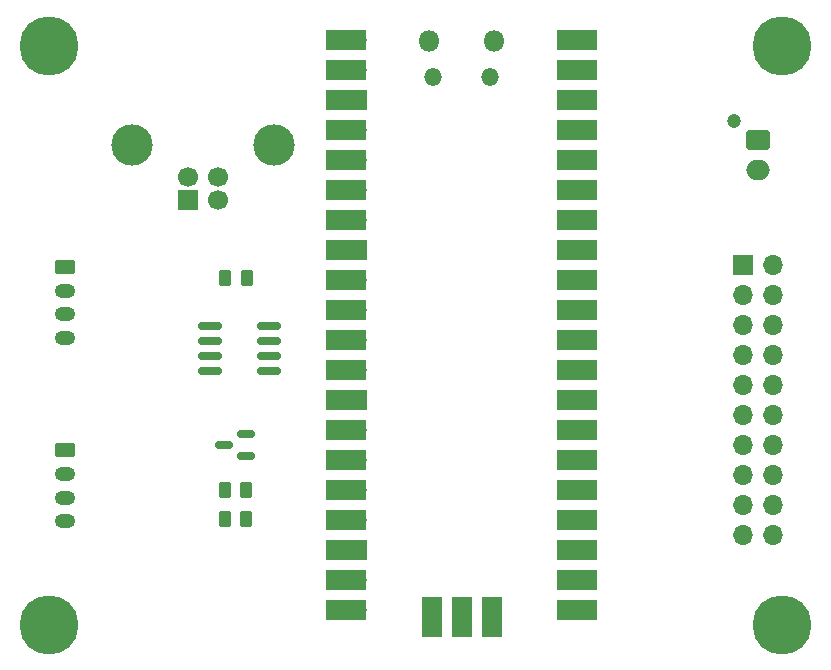
<source format=gbr>
G04 #@! TF.GenerationSoftware,KiCad,Pcbnew,(6.0.0)*
G04 #@! TF.CreationDate,2022-10-09T22:15:00+02:00*
G04 #@! TF.ProjectId,smol-jvs,736d6f6c-2d6a-4767-932e-6b696361645f,rev?*
G04 #@! TF.SameCoordinates,Original*
G04 #@! TF.FileFunction,Soldermask,Top*
G04 #@! TF.FilePolarity,Negative*
%FSLAX46Y46*%
G04 Gerber Fmt 4.6, Leading zero omitted, Abs format (unit mm)*
G04 Created by KiCad (PCBNEW (6.0.0)) date 2022-10-09 22:15:00*
%MOMM*%
%LPD*%
G01*
G04 APERTURE LIST*
G04 Aperture macros list*
%AMRoundRect*
0 Rectangle with rounded corners*
0 $1 Rounding radius*
0 $2 $3 $4 $5 $6 $7 $8 $9 X,Y pos of 4 corners*
0 Add a 4 corners polygon primitive as box body*
4,1,4,$2,$3,$4,$5,$6,$7,$8,$9,$2,$3,0*
0 Add four circle primitives for the rounded corners*
1,1,$1+$1,$2,$3*
1,1,$1+$1,$4,$5*
1,1,$1+$1,$6,$7*
1,1,$1+$1,$8,$9*
0 Add four rect primitives between the rounded corners*
20,1,$1+$1,$2,$3,$4,$5,0*
20,1,$1+$1,$4,$5,$6,$7,0*
20,1,$1+$1,$6,$7,$8,$9,0*
20,1,$1+$1,$8,$9,$2,$3,0*%
G04 Aperture macros list end*
%ADD10RoundRect,0.250000X0.262500X0.450000X-0.262500X0.450000X-0.262500X-0.450000X0.262500X-0.450000X0*%
%ADD11RoundRect,0.250000X-0.262500X-0.450000X0.262500X-0.450000X0.262500X0.450000X-0.262500X0.450000X0*%
%ADD12RoundRect,0.150000X-0.825000X-0.150000X0.825000X-0.150000X0.825000X0.150000X-0.825000X0.150000X0*%
%ADD13R,1.700000X1.700000*%
%ADD14C,1.700000*%
%ADD15C,3.500000*%
%ADD16O,1.500000X1.500000*%
%ADD17O,1.800000X1.800000*%
%ADD18O,1.700000X1.700000*%
%ADD19R,3.500000X1.700000*%
%ADD20R,1.700000X3.500000*%
%ADD21C,1.200000*%
%ADD22RoundRect,0.250000X-0.750000X0.600000X-0.750000X-0.600000X0.750000X-0.600000X0.750000X0.600000X0*%
%ADD23O,2.000000X1.700000*%
%ADD24RoundRect,0.150000X0.587500X0.150000X-0.587500X0.150000X-0.587500X-0.150000X0.587500X-0.150000X0*%
%ADD25C,5.000000*%
%ADD26RoundRect,0.250000X-0.625000X0.350000X-0.625000X-0.350000X0.625000X-0.350000X0.625000X0.350000X0*%
%ADD27O,1.750000X1.200000*%
G04 APERTURE END LIST*
D10*
G04 #@! TO.C,R1*
X191712500Y-66650000D03*
X189887500Y-66650000D03*
G04 #@! TD*
G04 #@! TO.C,R3*
X191662500Y-87100000D03*
X189837500Y-87100000D03*
G04 #@! TD*
D11*
G04 #@! TO.C,R2*
X189837500Y-84650000D03*
X191662500Y-84650000D03*
G04 #@! TD*
D12*
G04 #@! TO.C,U1*
X188625000Y-70745000D03*
X188625000Y-72015000D03*
X188625000Y-73285000D03*
X188625000Y-74555000D03*
X193575000Y-74555000D03*
X193575000Y-73285000D03*
X193575000Y-72015000D03*
X193575000Y-70745000D03*
G04 #@! TD*
D13*
G04 #@! TO.C,J1*
X186750000Y-60077500D03*
D14*
X189250000Y-60077500D03*
X189250000Y-58077500D03*
X186750000Y-58077500D03*
D15*
X181980000Y-55367500D03*
X194020000Y-55367500D03*
G04 #@! TD*
D16*
G04 #@! TO.C,U2*
X207475000Y-49630000D03*
D17*
X207175000Y-46600000D03*
D16*
X212325000Y-49630000D03*
D17*
X212625000Y-46600000D03*
D18*
X201010000Y-46470000D03*
D19*
X200110000Y-46470000D03*
X200110000Y-49010000D03*
D18*
X201010000Y-49010000D03*
D19*
X200110000Y-51550000D03*
D13*
X201010000Y-51550000D03*
D18*
X201010000Y-54090000D03*
D19*
X200110000Y-54090000D03*
X200110000Y-56630000D03*
D18*
X201010000Y-56630000D03*
D19*
X200110000Y-59170000D03*
D18*
X201010000Y-59170000D03*
X201010000Y-61710000D03*
D19*
X200110000Y-61710000D03*
D13*
X201010000Y-64250000D03*
D19*
X200110000Y-64250000D03*
D18*
X201010000Y-66790000D03*
D19*
X200110000Y-66790000D03*
D18*
X201010000Y-69330000D03*
D19*
X200110000Y-69330000D03*
X200110000Y-71870000D03*
D18*
X201010000Y-71870000D03*
D19*
X200110000Y-74410000D03*
D18*
X201010000Y-74410000D03*
D13*
X201010000Y-76950000D03*
D19*
X200110000Y-76950000D03*
X200110000Y-79490000D03*
D18*
X201010000Y-79490000D03*
D19*
X200110000Y-82030000D03*
D18*
X201010000Y-82030000D03*
X201010000Y-84570000D03*
D19*
X200110000Y-84570000D03*
D18*
X201010000Y-87110000D03*
D19*
X200110000Y-87110000D03*
X200110000Y-89650000D03*
D13*
X201010000Y-89650000D03*
D18*
X201010000Y-92190000D03*
D19*
X200110000Y-92190000D03*
D18*
X201010000Y-94730000D03*
D19*
X200110000Y-94730000D03*
X219690000Y-94730000D03*
D18*
X218790000Y-94730000D03*
D19*
X219690000Y-92190000D03*
D18*
X218790000Y-92190000D03*
D13*
X218790000Y-89650000D03*
D19*
X219690000Y-89650000D03*
X219690000Y-87110000D03*
D18*
X218790000Y-87110000D03*
D19*
X219690000Y-84570000D03*
D18*
X218790000Y-84570000D03*
D19*
X219690000Y-82030000D03*
D18*
X218790000Y-82030000D03*
D19*
X219690000Y-79490000D03*
D18*
X218790000Y-79490000D03*
D13*
X218790000Y-76950000D03*
D19*
X219690000Y-76950000D03*
D18*
X218790000Y-74410000D03*
D19*
X219690000Y-74410000D03*
D18*
X218790000Y-71870000D03*
D19*
X219690000Y-71870000D03*
X219690000Y-69330000D03*
D18*
X218790000Y-69330000D03*
X218790000Y-66790000D03*
D19*
X219690000Y-66790000D03*
D13*
X218790000Y-64250000D03*
D19*
X219690000Y-64250000D03*
X219690000Y-61710000D03*
D18*
X218790000Y-61710000D03*
D19*
X219690000Y-59170000D03*
D18*
X218790000Y-59170000D03*
X218790000Y-56630000D03*
D19*
X219690000Y-56630000D03*
D18*
X218790000Y-54090000D03*
D19*
X219690000Y-54090000D03*
D13*
X218790000Y-51550000D03*
D19*
X219690000Y-51550000D03*
D18*
X218790000Y-49010000D03*
D19*
X219690000Y-49010000D03*
X219690000Y-46470000D03*
D18*
X218790000Y-46470000D03*
D20*
X207360000Y-95400000D03*
D18*
X207360000Y-94500000D03*
D13*
X209900000Y-94500000D03*
D20*
X209900000Y-95400000D03*
D18*
X212440000Y-94500000D03*
D20*
X212440000Y-95400000D03*
G04 #@! TD*
D21*
G04 #@! TO.C,J5*
X233000000Y-53400000D03*
D22*
X235000000Y-55000000D03*
D23*
X235000000Y-57500000D03*
G04 #@! TD*
D13*
G04 #@! TO.C,J6*
X233725000Y-65575000D03*
D18*
X236265000Y-65575000D03*
X233725000Y-68115000D03*
X236265000Y-68115000D03*
X233725000Y-70655000D03*
X236265000Y-70655000D03*
X233725000Y-73195000D03*
X236265000Y-73195000D03*
X233725000Y-75735000D03*
X236265000Y-75735000D03*
X233725000Y-78275000D03*
X236265000Y-78275000D03*
X233725000Y-80815000D03*
X236265000Y-80815000D03*
X233725000Y-83355000D03*
X236265000Y-83355000D03*
X233725000Y-85895000D03*
X236265000Y-85895000D03*
X233725000Y-88435000D03*
X236265000Y-88435000D03*
G04 #@! TD*
D24*
G04 #@! TO.C,Q1*
X191687500Y-81750000D03*
X191687500Y-79850000D03*
X189812500Y-80800000D03*
G04 #@! TD*
D25*
G04 #@! TO.C,H4*
X237000000Y-96000000D03*
G04 #@! TD*
D26*
G04 #@! TO.C,J3*
X176300000Y-81250000D03*
D27*
X176300000Y-83250000D03*
X176300000Y-85250000D03*
X176300000Y-87250000D03*
G04 #@! TD*
D25*
G04 #@! TO.C,H3*
X175000000Y-96000000D03*
G04 #@! TD*
D26*
G04 #@! TO.C,J2*
X176300000Y-65750000D03*
D27*
X176300000Y-67750000D03*
X176300000Y-69750000D03*
X176300000Y-71750000D03*
G04 #@! TD*
D25*
G04 #@! TO.C,H2*
X237000000Y-47000000D03*
G04 #@! TD*
G04 #@! TO.C,H1*
X175000000Y-47000000D03*
G04 #@! TD*
M02*

</source>
